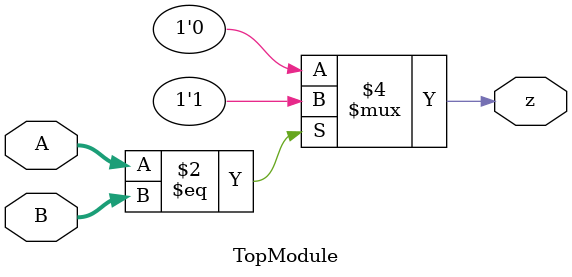
<source format=sv>

module TopModule (
    input [1:0] A,
    input [1:0] B,
    output reg z
);

always @* begin
    if (A == B) begin
        z = 1;
    end else begin
        z = 0;
    end
end

endmodule
</source>
